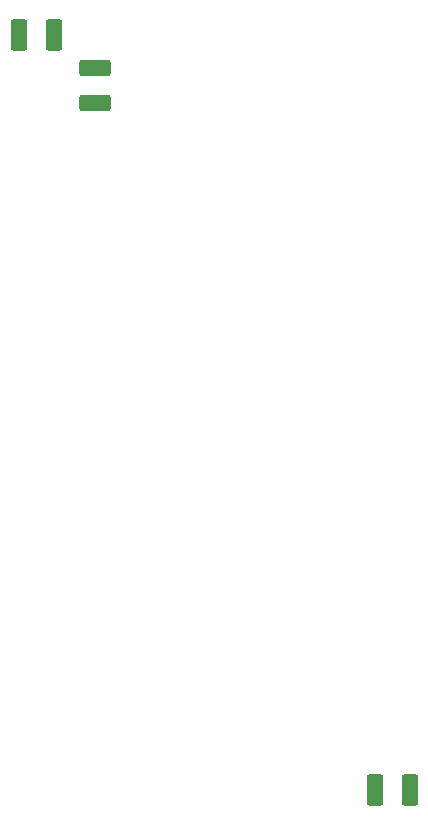
<source format=gbr>
%TF.GenerationSoftware,KiCad,Pcbnew,6.0.2+dfsg-1*%
%TF.CreationDate,2022-10-11T15:46:26-06:00*%
%TF.ProjectId,lvt_sao,6c76745f-7361-46f2-9e6b-696361645f70,rev?*%
%TF.SameCoordinates,Original*%
%TF.FileFunction,Paste,Top*%
%TF.FilePolarity,Positive*%
%FSLAX46Y46*%
G04 Gerber Fmt 4.6, Leading zero omitted, Abs format (unit mm)*
G04 Created by KiCad (PCBNEW 6.0.2+dfsg-1) date 2022-10-11 15:46:26*
%MOMM*%
%LPD*%
G01*
G04 APERTURE LIST*
G04 Aperture macros list*
%AMRoundRect*
0 Rectangle with rounded corners*
0 $1 Rounding radius*
0 $2 $3 $4 $5 $6 $7 $8 $9 X,Y pos of 4 corners*
0 Add a 4 corners polygon primitive as box body*
4,1,4,$2,$3,$4,$5,$6,$7,$8,$9,$2,$3,0*
0 Add four circle primitives for the rounded corners*
1,1,$1+$1,$2,$3*
1,1,$1+$1,$4,$5*
1,1,$1+$1,$6,$7*
1,1,$1+$1,$8,$9*
0 Add four rect primitives between the rounded corners*
20,1,$1+$1,$2,$3,$4,$5,0*
20,1,$1+$1,$4,$5,$6,$7,0*
20,1,$1+$1,$6,$7,$8,$9,0*
20,1,$1+$1,$8,$9,$2,$3,0*%
G04 Aperture macros list end*
%ADD10RoundRect,0.250001X0.462499X1.074999X-0.462499X1.074999X-0.462499X-1.074999X0.462499X-1.074999X0*%
%ADD11RoundRect,0.250001X-1.074999X0.462499X-1.074999X-0.462499X1.074999X-0.462499X1.074999X0.462499X0*%
G04 APERTURE END LIST*
D10*
%TO.C,D1*%
X120250356Y-74437873D03*
X117275356Y-74437873D03*
%TD*%
D11*
%TO.C,D3*%
X123771644Y-77212925D03*
X123771644Y-80187925D03*
%TD*%
D10*
%TO.C,D2*%
X150407715Y-138314968D03*
X147432715Y-138314968D03*
%TD*%
M02*

</source>
